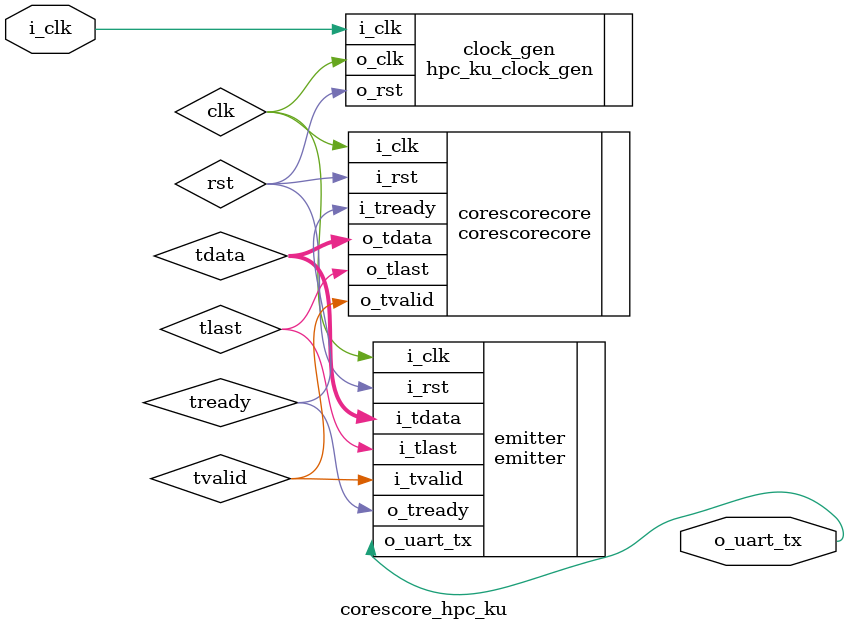
<source format=v>
`default_nettype none
module corescore_hpc_ku
(
 input wire  i_clk,
 output wire o_uart_tx);

   wire      clk;
   wire      rst;

   hpc_ku_clock_gen clock_gen
     (.i_clk (i_clk),
      .o_clk (clk),
      .o_rst (rst));

   parameter memfile_emitter = "emitter.hex";

   wire [7:0]  tdata;
   wire        tlast;
   wire        tvalid;
   wire        tready;

   corescorecore corescorecore
     (.i_clk     (clk),
      .i_rst     (rst),
      .o_tdata   (tdata),
      .o_tlast   (tlast),
      .o_tvalid  (tvalid),
      .i_tready  (tready));

   emitter #(.memfile (memfile_emitter)) emitter
     (.i_clk     (clk),
      .i_rst     (rst),
      .i_tdata   (tdata),
      .i_tlast   (tlast),
      .i_tvalid  (tvalid),
      .o_tready  (tready),
      .o_uart_tx (o_uart_tx));

endmodule

</source>
